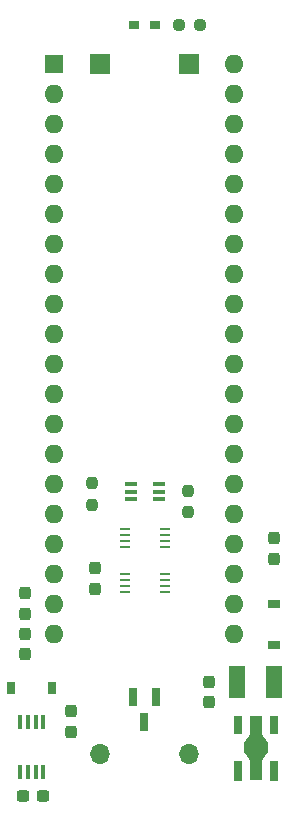
<source format=gbr>
G04 #@! TF.GenerationSoftware,KiCad,Pcbnew,8.0.4+dfsg-1*
G04 #@! TF.CreationDate,2025-03-05T20:28:27+09:00*
G04 #@! TF.ProjectId,bionic-p8080,62696f6e-6963-42d7-9038-3038302e6b69,2*
G04 #@! TF.SameCoordinates,Original*
G04 #@! TF.FileFunction,Soldermask,Top*
G04 #@! TF.FilePolarity,Negative*
%FSLAX46Y46*%
G04 Gerber Fmt 4.6, Leading zero omitted, Abs format (unit mm)*
G04 Created by KiCad (PCBNEW 8.0.4+dfsg-1) date 2025-03-05 20:28:27*
%MOMM*%
%LPD*%
G01*
G04 APERTURE LIST*
G04 Aperture macros list*
%AMRoundRect*
0 Rectangle with rounded corners*
0 $1 Rounding radius*
0 $2 $3 $4 $5 $6 $7 $8 $9 X,Y pos of 4 corners*
0 Add a 4 corners polygon primitive as box body*
4,1,4,$2,$3,$4,$5,$6,$7,$8,$9,$2,$3,0*
0 Add four circle primitives for the rounded corners*
1,1,$1+$1,$2,$3*
1,1,$1+$1,$4,$5*
1,1,$1+$1,$6,$7*
1,1,$1+$1,$8,$9*
0 Add four rect primitives between the rounded corners*
20,1,$1+$1,$2,$3,$4,$5,0*
20,1,$1+$1,$4,$5,$6,$7,0*
20,1,$1+$1,$6,$7,$8,$9,0*
20,1,$1+$1,$8,$9,$2,$3,0*%
%AMFreePoly0*
4,1,13,0.500000,1.050000,1.000000,0.350000,1.000000,-0.450000,0.500000,-1.150000,0.500000,-2.750000,-0.500000,-2.750000,-0.500000,-1.150000,-1.000000,-0.450000,-1.000000,0.350000,-0.500000,1.050000,-0.500000,2.750000,0.500000,2.750000,0.500000,1.050000,0.500000,1.050000,$1*%
G04 Aperture macros list end*
%ADD10RoundRect,0.237500X0.237500X-0.300000X0.237500X0.300000X-0.237500X0.300000X-0.237500X-0.300000X0*%
%ADD11R,0.762000X1.041400*%
%ADD12RoundRect,0.237500X-0.250000X-0.237500X0.250000X-0.237500X0.250000X0.237500X-0.250000X0.237500X0*%
%ADD13R,1.600000X1.600000*%
%ADD14O,1.600000X1.600000*%
%ADD15R,0.965200X0.279400*%
%ADD16R,0.700000X1.700000*%
%ADD17R,0.700000X1.600000*%
%ADD18FreePoly0,180.000000*%
%ADD19RoundRect,0.237500X-0.237500X0.250000X-0.237500X-0.250000X0.237500X-0.250000X0.237500X0.250000X0*%
%ADD20R,0.355600X1.206500*%
%ADD21R,1.371600X2.743200*%
%ADD22R,0.965200X0.762000*%
%ADD23R,0.660400X1.625600*%
%ADD24RoundRect,0.237500X-0.237500X0.300000X-0.237500X-0.300000X0.237500X-0.300000X0.237500X0.300000X0*%
%ADD25RoundRect,0.237500X-0.300000X-0.237500X0.300000X-0.237500X0.300000X0.237500X-0.300000X0.237500X0*%
%ADD26R,1.041400X0.762000*%
%ADD27R,0.990600X0.355600*%
%ADD28O,1.700000X1.700000*%
%ADD29R,1.700000X1.700000*%
G04 APERTURE END LIST*
D10*
X124647400Y-115265000D03*
X124647400Y-116990000D03*
D11*
X102435100Y-127886600D03*
X105914900Y-127886600D03*
D12*
X116597500Y-71778000D03*
X118422500Y-71778000D03*
D13*
X106080000Y-75080000D03*
D14*
X106080000Y-77620000D03*
X106080000Y-80160000D03*
X106080000Y-82700000D03*
X106080000Y-85240000D03*
X106080000Y-87780000D03*
X106080000Y-90320000D03*
X106080000Y-92860000D03*
X106080000Y-95400000D03*
X106080000Y-97940000D03*
X106080000Y-100480000D03*
X106080000Y-103020000D03*
X106080000Y-105560000D03*
X106080000Y-108100000D03*
X106080000Y-110640000D03*
X106080000Y-113180000D03*
X106080000Y-115720000D03*
X106080000Y-118260000D03*
X106080000Y-120800000D03*
X106080000Y-123340000D03*
X121320000Y-123340000D03*
X121320000Y-120800000D03*
X121320000Y-118260000D03*
X121320000Y-115720000D03*
X121320000Y-113180000D03*
X121320000Y-110640000D03*
X121320000Y-108100000D03*
X121320000Y-105560000D03*
X121320000Y-103020000D03*
X121320000Y-100480000D03*
X121320000Y-97940000D03*
X121320000Y-95400000D03*
X121320000Y-92860000D03*
X121320000Y-90320000D03*
X121320000Y-87780000D03*
X121320000Y-85240000D03*
X121320000Y-82700000D03*
X121320000Y-80160000D03*
X121320000Y-77620000D03*
X121320000Y-75080000D03*
D15*
X115401800Y-115950389D03*
X115401800Y-115450263D03*
X115401800Y-114950137D03*
X115401800Y-114450011D03*
X112049000Y-114450011D03*
X112049000Y-114950137D03*
X112049000Y-115450263D03*
X112049000Y-115950389D03*
D16*
X124647400Y-134937000D03*
X121647400Y-134937000D03*
D17*
X121647400Y-131087000D03*
D18*
X123147400Y-133037000D03*
D17*
X124647400Y-131087000D03*
D19*
X109255000Y-110567600D03*
X109255000Y-112392600D03*
D20*
X103200001Y-130820300D03*
X103849999Y-130820300D03*
X104500001Y-130820300D03*
X105149999Y-130820300D03*
X105149999Y-135024000D03*
X104500001Y-135024000D03*
X103849999Y-135024000D03*
X103200001Y-135024000D03*
D21*
X121497800Y-127404000D03*
X124647400Y-127404000D03*
D22*
X114576300Y-71778000D03*
X112823700Y-71778000D03*
D23*
X114650001Y-128699400D03*
X112749999Y-128699400D03*
X113700000Y-130831400D03*
D24*
X107477000Y-129894300D03*
X107477000Y-131619300D03*
X119161000Y-127404000D03*
X119161000Y-129129000D03*
D25*
X103415200Y-137056000D03*
X105140200Y-137056000D03*
D10*
X103616200Y-121636000D03*
X103616200Y-119911000D03*
D26*
X124647400Y-120825400D03*
X124647400Y-124305200D03*
D27*
X112557000Y-110650401D03*
X112557000Y-111300400D03*
X112557000Y-111950399D03*
X114893800Y-111950399D03*
X114893800Y-111300400D03*
X114893800Y-110650401D03*
D15*
X115401800Y-119772189D03*
X115401800Y-119272063D03*
X115401800Y-118771937D03*
X115401800Y-118271811D03*
X112049000Y-118271811D03*
X112049000Y-118771937D03*
X112049000Y-119272063D03*
X112049000Y-119772189D03*
D10*
X109509000Y-119530000D03*
X109509000Y-117805000D03*
D24*
X103616200Y-123340000D03*
X103616200Y-125065000D03*
D19*
X117383000Y-111228000D03*
X117383000Y-113053000D03*
D28*
X117514600Y-133500000D03*
D29*
X117514600Y-75080000D03*
X109936200Y-75080000D03*
D28*
X109936200Y-133500000D03*
M02*

</source>
